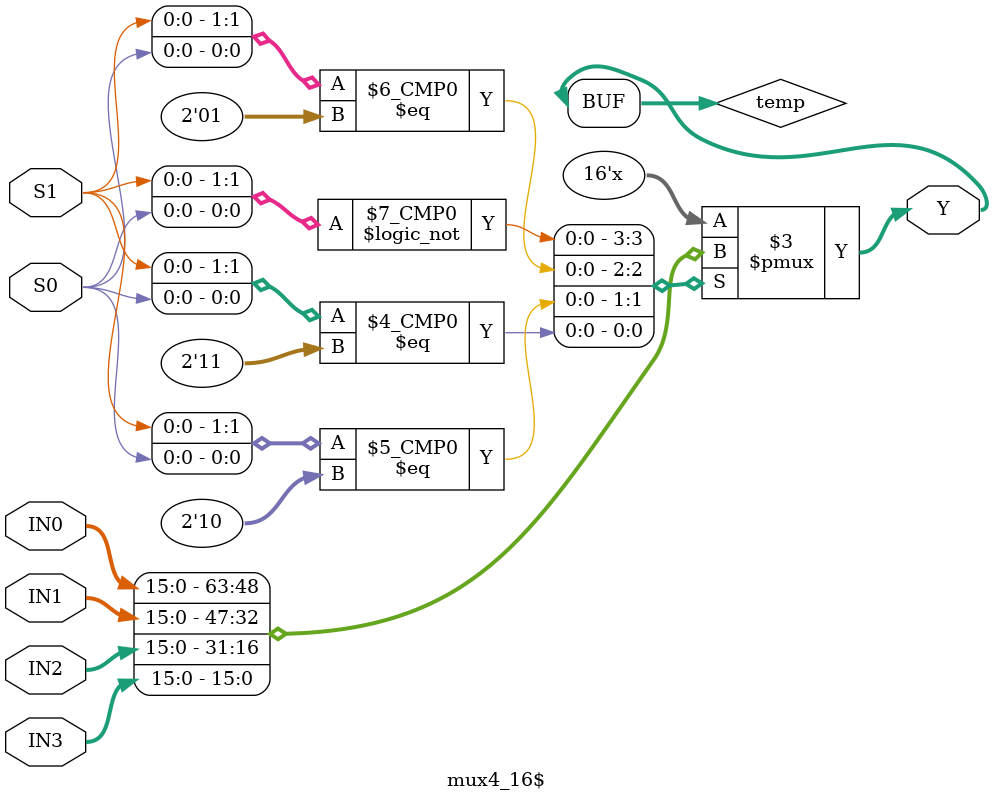
<source format=v>
module nand2$ ( in0, in1, out );
input in0, in1;
output out;

assign out = ~(in0&in1);

endmodule

module or2$ ( in0, in1, out );
input in0, in1;
output out;

assign out = in0|in1;

endmodule

module or3$ ( in0, in1, in2, out );
input in0, in1, in2;
output out;

assign out = in0|in1|in2;

endmodule

module or4$ ( in0, in1, in2, in3, out );
input in0, in1, in2, in3;
output out;

assign out = in0|in1|in2|in3;

endmodule

module mux2$ ( in0, in1, s0, outb );
input in0, in1, s0;
output outb;

assign outb = s0? in1: in0;

endmodule

module nand3$ ( in0, in1, in2, out );
input in0, in1, in2;
output out;

assign out = ~(in0&in1&in2);

endmodule

module xor2$ ( in0, in1, out );
input in0, in1;
output out;

assign out = in0^in1;

endmodule


module inv1$ ( in, out );
input in;
output out;

assign out = ~in;

endmodule


module  tristate16H$(enbar, in, out);
input         enbar;
input  [15:0] in;
output [15:0] out;

assign out = enbar ? 16'hzzzz : in;
 
endmodule

module decoder3_8$(SEL,Y,YBAR);
  input [2:0] SEL;
  output [7:0] Y;
  output [7:0] YBAR;

  reg [7:0] Y_temp;
  reg [7:0] YBAR_temp;
  integer i;

  assign Y = Y_temp;
  assign YBAR = YBAR_temp;

  always
    @(SEL)
      begin
      for(i = 0;(i <= 7);i = (i + 1))
        if(i == SEL)
	begin
          Y_temp[i] = 1'b1;
          YBAR_temp[i] = 1'b0;
	end
        else
	begin
          Y_temp[i] = 1'b0;
          YBAR_temp[i] = 1'b1;
	end
      end

endmodule

module mux2_16$(Y,IN0,IN1,S0);
  input [15:0] IN0;
  input [15:0] IN1;
  input  S0;
  output [15:0] Y;

assign Y = S0? IN1 : IN0;

endmodule

module mux4_16$(Y,IN0,IN1,IN2,IN3,S0,S1);
input [15:0] IN0;
input [15:0] IN1;
input [15:0] IN2;
input [15:0] IN3;
input  S0;
input  S1;
output [15:0] Y;

reg [15:0] temp;

always @(*) begin
  case({S1,S0})
    2'b00: temp = IN0;
    2'b01: temp = IN1;
    2'b10: temp = IN2;
    2'b11: temp = IN3;
  endcase
end

assign Y = temp;

endmodule


</source>
